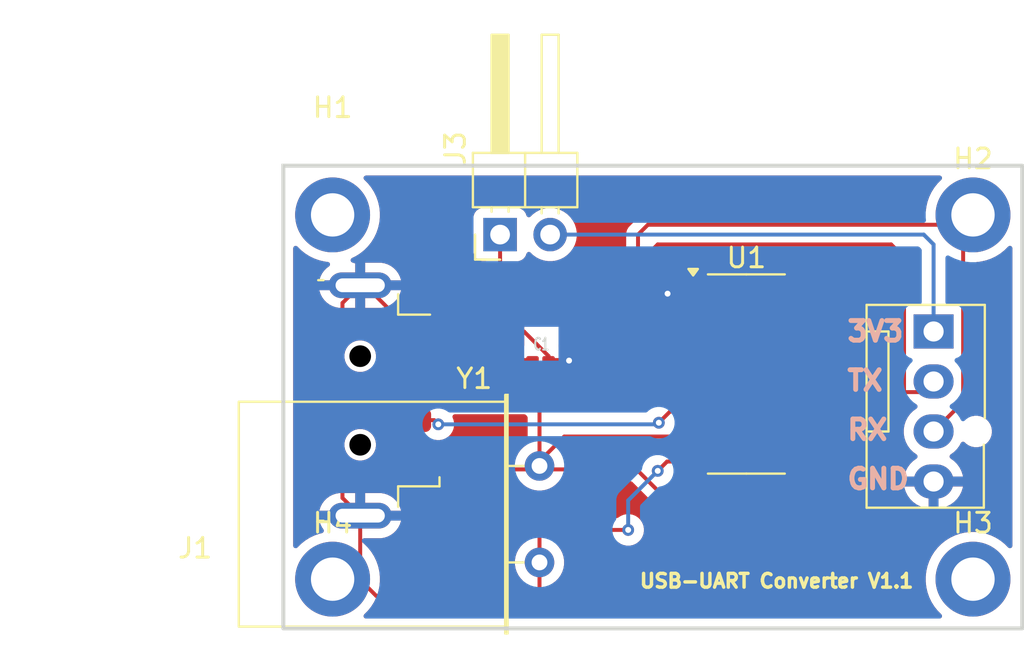
<source format=kicad_pcb>
(kicad_pcb (version 20241229) (generator "pcbnew") (generator_version "9.0")
  (layers (0 "F.Cu" signal) (2 "B.Cu" signal) (13 "F.Paste" user) (15 "B.Paste" user) (5 "F.SilkS" user "F.Silkscreen") (7 "B.SilkS" user "B.Silkscreen") (1 "F.Mask" user) (3 "B.Mask" user) (25 "Edge.Cuts" user))
  (net 0 "")
  (net 1 "/XI")
  (net 2 "GND")
  (net 3 "/XO")
  (net 4 "Net-(J1-D-)")
  (net 5 "Net-(J1-D+)")
  (net 6 "/V_BUS(5V)")
  (net 7 "/TX")
  (net 8 "/3V3_OP")
  (net 9 "/RX")
  (net 10 "/3V3")
  (footprint "Connector:FanPinHeader_1x04_P2.54mm_Vertical" (layer "F.Cu") (at 127.5 71.42 -90)
    (property "Reference" "J2" (hide yes))
    (property "Value" "Conn_01x04_Pin" (hide yes))
    (fp_line (start -1.35 3.4) (end -1.35 -2.6) (stroke (width 0.12)) (layer "F.SilkS"))
    (fp_line (start 8.95 3.4) (end -1.35 3.4) (stroke (width 0.12)) (layer "F.SilkS"))
    (fp_line (start 0 3.3) (end 0 2.29) (stroke (width 0.12)) (layer "F.SilkS"))
    (fp_line (start 0 2.29) (end 5.08 2.29) (stroke (width 0.12)) (layer "F.SilkS"))
    (fp_line (start 5.08 2.29) (end 5.08 3.3) (stroke (width 0.12)) (layer "F.SilkS"))
    (fp_line (start 5.75 -2.55) (end 8.95 -2.55) (stroke (width 0.12)) (layer "F.SilkS"))
    (fp_line (start 8.95 -2.55) (end 8.95 3.4) (stroke (width 0.12)) (layer "F.SilkS"))
    (fp_line (start -1.35 -2.6) (end 4.4 -2.6) (stroke (width 0.12)) (layer "F.SilkS"))
    (pad "" np_thru_hole circle (at 5.08 -2.16) (size 1.1 1.1) (drill 1.1) (layers "*.Cu" "*.Mask"))
    (pad "1" thru_hole rect (at 0 0) (size 2.03 1.73) (drill 1.02) (layers "*.Cu" "*.Mask") (net 8 "/3V3_OP"))
    (pad "2" thru_hole oval (at 2.54 0) (size 2.03 1.73) (drill 1.02) (layers "*.Cu" "*.Mask") (net 7 "/TX"))
    (pad "3" thru_hole oval (at 5.08 0) (size 2.03 1.73) (drill 1.02) (layers "*.Cu" "*.Mask") (net 9 "/RX"))
    (pad "4" thru_hole oval (at 7.62 0) (size 2.03 1.73) (drill 1.02) (layers "*.Cu" "*.Mask") (net 2 "GND"))
  )
  (footprint "Package_SO:SOIC-16_3.9x9.9mm_P1.27mm" (layer "F.Cu") (at 117.9975 73.58)
    (property "Reference" "U1" (at 0 -5.9 0) (layer "F.SilkS"))
    (property "Value" "CH340G" (hide yes))
    (fp_line (start 0 -5.06) (end -1.95 -5.06) (stroke (width 0.12)) (layer "F.SilkS"))
    (fp_line (start 0 -5.06) (end 1.95 -5.06) (stroke (width 0.12)) (layer "F.SilkS"))
    (fp_line (start 0 5.06) (end -1.95 5.06) (stroke (width 0.12)) (layer "F.SilkS"))
    (fp_line (start 0 5.06) (end 1.95 5.06) (stroke (width 0.12)) (layer "F.SilkS"))
    (fp_poly (pts (xy -2.7 -5.005) (xy -2.94 -5.335) (xy -2.46 -5.335)) (stroke (width 0.12)) (fill yes) (layer "F.SilkS"))
    (pad "1" smd roundrect (at -2.475 -4.445) (size 1.95 0.6) (layers "F.Cu" "F.Mask" "F.Paste") (net 2 "GND"))
    (pad "2" smd roundrect (at -2.475 -3.175) (size 1.95 0.6) (layers "F.Cu" "F.Mask" "F.Paste") (net 7 "/TX"))
    (pad "3" smd roundrect (at -2.475 -1.905) (size 1.95 0.6) (layers "F.Cu" "F.Mask" "F.Paste") (net 9 "/RX"))
    (pad "4" smd roundrect (at -2.475 -0.635) (size 1.95 0.6) (layers "F.Cu" "F.Mask" "F.Paste") (net 10 "/3V3"))
    (pad "5" smd roundrect (at -2.475 0.635) (size 1.95 0.6) (layers "F.Cu" "F.Mask" "F.Paste") (net 5 "Net-(J1-D+)"))
    (pad "6" smd roundrect (at -2.475 1.905) (size 1.95 0.6) (layers "F.Cu" "F.Mask" "F.Paste") (net 4 "Net-(J1-D-)"))
    (pad "7" smd roundrect (at -2.475 3.175) (size 1.95 0.6) (layers "F.Cu" "F.Mask" "F.Paste") (net 1 "/XI"))
    (pad "8" smd roundrect (at -2.475 4.445) (size 1.95 0.6) (layers "F.Cu" "F.Mask" "F.Paste") (net 3 "/XO"))
    (pad "9" smd roundrect (at 2.475 4.445) (size 1.95 0.6) (layers "F.Cu" "F.Mask" "F.Paste"))
    (pad "10" smd roundrect (at 2.475 3.175) (size 1.95 0.6) (layers "F.Cu" "F.Mask" "F.Paste"))
    (pad "11" smd roundrect (at 2.475 1.905) (size 1.95 0.6) (layers "F.Cu" "F.Mask" "F.Paste"))
    (pad "12" smd roundrect (at 2.475 0.635) (size 1.95 0.6) (layers "F.Cu" "F.Mask" "F.Paste"))
    (pad "13" smd roundrect (at 2.475 -0.635) (size 1.95 0.6) (layers "F.Cu" "F.Mask" "F.Paste"))
    (pad "14" smd roundrect (at 2.475 -1.905) (size 1.95 0.6) (layers "F.Cu" "F.Mask" "F.Paste"))
    (pad "15" smd roundrect (at 2.475 -3.175) (size 1.95 0.6) (layers "F.Cu" "F.Mask" "F.Paste"))
    (pad "16" smd roundrect (at 2.475 -4.445) (size 1.95 0.6) (layers "F.Cu" "F.Mask" "F.Paste") (net 6 "/V_BUS(5V)"))
  )
  (footprint "Crystal:Crystal_HC49-U_Horizontal" (layer "F.Cu") (at 107.5 78.25 -90)
    (property "Reference" "Y1" (at -4.435 3.3125 0) (layer "F.SilkS"))
    (property "Value" "Crystal")
    (fp_line (start 0 1.74) (end 0 0.87) (stroke (width 0.12)) (layer "F.SilkS"))
    (fp_line (start 4.9 1.74) (end 4.9 0.87) (stroke (width 0.12)) (layer "F.SilkS"))
    (fp_line (start 0 0.87) (end 0 0.81) (stroke (width 0.12)) (layer "F.SilkS"))
    (fp_line (start 4.9 0.87) (end 4.9 0.81) (stroke (width 0.12)) (layer "F.SilkS"))
    (fp_rect (start -3.26 1.74) (end 8.16 15.26) (stroke (width 0.12)) (fill no) (layer "F.SilkS"))
    (fp_rect (start -3.61 1.62) (end 8.51 1.74) (stroke (width 0.12)) (fill no) (layer "F.SilkS"))
    (pad "1" thru_hole circle (at 0 0 270) (size 1.5 1.5) (drill 0.8) (layers "*.Cu" "*.Mask") (net 1 "/XI"))
    (pad "2" thru_hole circle (at 4.9 0 270) (size 1.5 1.5) (drill 0.8) (layers "*.Cu" "*.Mask") (net 3 "/XO"))
  )
  (footprint "MountingHole:MountingHole_2.2mm_M2_DIN965_Pad" (layer "F.Cu") (at 129.5 65.5)
    (property "Reference" "H2" (at 0 -2.85 0) (layer "F.SilkS"))
    (property "Value" "MountingHole_Pad" (hide yes))
    (pad "1" thru_hole circle (at 0 0) (size 3.8 3.8) (drill 2.2) (property pad_prop_fiducial_glob) (layers "*.Cu" "*.Mask"))
  )
  (footprint "Capacitor_SMD:C_0201_0603Metric_Pad0.64x0.40mm_HandSolder" (layer "F.Cu") (at 107.5525 72.87)
    (property "Reference" "C1" (hide yes))
    (property "Value" "22uF" (hide yes))
    (pad "1" smd roundrect (at -0.4075 0) (size 0.635 0.4) (layers "F.Cu" "F.Mask") (net 1 "/XI"))
    (pad "2" smd roundrect (at 0.4075 0) (size 0.635 0.4) (layers "F.Cu" "F.Mask") (net 2 "GND"))
  )
  (footprint "Connector_USB:USB_A_Molex_48037-2200_Horizontal" (layer "F.Cu") (at 90.025 74.925 180)
    (property "Reference" "J1" (at 0 -7.5 0) (layer "F.SilkS"))
    (property "Value" "USB_A")
    (fp_line (start -6.515 6.11) (end -6.245 6.11) (stroke (width 0.12)) (layer "F.SilkS"))
    (fp_line (start -6.515 -6.11) (end -6.245 -6.11) (stroke (width 0.12)) (layer "F.SilkS"))
    (fp_line (start -10.3 4.36) (end -10.3 5.4) (stroke (width 0.12)) (layer "F.SilkS"))
    (fp_line (start -10.3 -5.4) (end -10.3 -4.36) (stroke (width 0.12)) (layer "F.SilkS"))
    (fp_line (start -11.92 4.36) (end -10.3 4.36) (stroke (width 0.12)) (layer "F.SilkS"))
    (fp_line (start -12.4 -4.36) (end -10.3 -4.36) (stroke (width 0.12)) (layer "F.SilkS"))
    (fp_line (start -12.4 -4.36) (end -12.4 -3.9) (stroke (width 0.12)) (layer "F.SilkS"))
    (pad "" np_thru_hole circle (at -8.375 -2.25 180) (size 1.1 1.1) (drill 1.1) (layers "*.Mask"))
    (pad "" np_thru_hole circle (at -8.375 2.25 180) (size 1.1 1.1) (drill 1.1) (layers "*.Mask"))
    (pad "1" smd roundrect (at -10.975 -3.5 180) (size 2 1.2) (layers "F.Cu" "F.Mask" "F.Paste") (net 6 "/V_BUS(5V)"))
    (pad "2" smd roundrect (at -10.975 -1 180) (size 2 1.2) (layers "F.Cu" "F.Mask" "F.Paste") (net 4 "Net-(J1-D-)"))
    (pad "3" smd roundrect (at -10.975 1 180) (size 2 1.2) (layers "F.Cu" "F.Mask" "F.Paste") (net 5 "Net-(J1-D+)"))
    (pad "4" smd roundrect (at -10.975 3.5 180) (size 2 1.2) (layers "F.Cu" "F.Mask" "F.Paste") (net 2 "GND"))
    (pad "5" thru_hole oval (at -8.375 -5.85 180) (size 3.2 1.3) (drill oval 2.5 0.7) (property pad_prop_heatsink) (layers "*.Cu" "*.Mask") (net 2 "GND"))
    (pad "5" thru_hole oval (at -8.375 5.85 180) (size 3.2 1.3) (drill oval 2.5 0.7) (property pad_prop_heatsink) (layers "*.Cu" "*.Mask") (net 2 "GND"))
  )
  (footprint "MountingHole:MountingHole_2.2mm_M2_DIN965_Pad" (layer "F.Cu") (at 97 84)
    (property "Reference" "H4" (at 0 -2.85 0) (layer "F.SilkS"))
    (property "Value" "MountingHole_Pad" (hide yes))
    (pad "1" thru_hole circle (at 0 0) (size 3.8 3.8) (drill 2.2) (property pad_prop_fiducial_glob) (layers "*.Cu" "*.Mask"))
  )
  (footprint "Connector_PinHeader_2.54mm:PinHeader_1x02_P2.54mm_Horizontal" (layer "F.Cu") (at 105.5 66.5 90)
    (property "Reference" "J3" (at 4.385 -2.27 90) (layer "F.SilkS"))
    (property "Value" "Conn_01x02_Socket")
    (fp_line (start 4.15 -1.38) (end 1.39 -1.38) (stroke (width 0.12)) (layer "F.SilkS"))
    (fp_line (start 1.39 -1.38) (end 1.39 3.92) (stroke (width 0.12)) (layer "F.SilkS"))
    (fp_line (start -1.27 -1.27) (end 0 -1.27) (stroke (width 0.12)) (layer "F.SilkS"))
    (fp_line (start 1.16 -0.43) (end 1.39 -0.43) (stroke (width 0.12)) (layer "F.SilkS"))
    (fp_line (start -1.27 0) (end -1.27 -1.27) (stroke (width 0.12)) (layer "F.SilkS"))
    (fp_line (start 1.16 0.43) (end 1.39 0.43) (stroke (width 0.12)) (layer "F.SilkS"))
    (fp_line (start 1.39 1.27) (end 4.15 1.27) (stroke (width 0.12)) (layer "F.SilkS"))
    (fp_line (start 10.15 2.11) (end 10.15 2.97) (stroke (width 0.12)) (layer "F.SilkS"))
    (fp_line (start 4.15 2.11) (end 10.15 2.11) (stroke (width 0.12)) (layer "F.SilkS"))
    (fp_line (start 1.077358 2.11) (end 1.39 2.11) (stroke (width 0.12)) (layer "F.SilkS"))
    (fp_line (start 10.15 2.97) (end 4.15 2.97) (stroke (width 0.12)) (layer "F.SilkS"))
    (fp_line (start 1.077358 2.97) (end 1.39 2.97) (stroke (width 0.12)) (layer "F.SilkS"))
    (fp_line (start 4.15 3.92) (end 4.15 -1.38) (stroke (width 0.12)) (layer "F.SilkS"))
    (fp_line (start 1.39 3.92) (end 4.15 3.92) (stroke (width 0.12)) (layer "F.SilkS"))
    (fp_rect (start 4.15 -0.43) (end 10.15 0.43) (stroke (width 0.12)) (fill yes) (layer "F.SilkS"))
    (pad "1" thru_hole rect (at 0 0 90) (size 1.7 1.7) (drill 1) (layers "*.Cu" "*.Mask") (net 10 "/3V3"))
    (pad "2" thru_hole circle (at 0 2.54 90) (size 1.7 1.7) (drill 1) (layers "*.Cu" "*.Mask") (net 8 "/3V3_OP"))
  )
  (footprint "Capacitor_SMD:C_0201_0603Metric_Pad0.64x0.40mm_HandSolder" (layer "F.Cu") (at 105.3325 84.85 180)
    (property "Reference" "C2" (hide yes))
    (property "Value" "22uF" (hide yes))
    (pad "1" smd roundrect (at -0.4075 0 180) (size 0.635 0.4) (layers "F.Cu" "F.Mask") (net 3 "/XO"))
    (pad "2" smd roundrect (at 0.4075 0 180) (size 0.635 0.4) (layers "F.Cu" "F.Mask") (net 2 "GND"))
  )
  (footprint "MountingHole:MountingHole_2.2mm_M2_DIN965_Pad" (layer "F.Cu") (at 97 65.5)
    (property "Reference" "H1" (at 0 -5.45 0) (layer "F.SilkS"))
    (property "Value" "MountingHole_Pad" (hide yes))
    (pad "1" thru_hole circle (at 0 0) (size 3.8 3.8) (drill 2.2) (property pad_prop_fiducial_glob) (layers "*.Cu" "*.Mask"))
  )
  (footprint "MountingHole:MountingHole_2.2mm_M2_DIN965_Pad" (layer "F.Cu") (at 129.5 84)
    (property "Reference" "H3" (at 0 -2.85 0) (layer "F.SilkS"))
    (property "Value" "MountingHole_Pad" (hide yes))
    (pad "1" thru_hole circle (at 0 0) (size 3.8 3.8) (drill 2.2) (property pad_prop_fiducial_glob) (layers "*.Cu" "*.Mask"))
  )
  (gr_rect (start 94.5 63) (end 132 86.5) (stroke (width 0.2)) (fill no) (layer "Edge.Cuts"))
  (gr_text "USB-UART Converter V1.1" (at 112.5 84.5 0) (layer "F.SilkS") (effects (font (size 0.7 0.7) (thickness 0.175) (bold yes)) (justify left bottom)))
  (gr_text "RX" (at 123 77 0) (layer "B.SilkS") (effects (font (size 1 1) (thickness 0.25) (bold yes)) (justify left bottom)))
  (gr_text "GND" (at 123 79.5 0) (layer "B.SilkS") (effects (font (size 1 1) (thickness 0.25) (bold yes)) (justify left bottom)))
  (gr_text "TX" (at 123 74.5 0) (layer "B.SilkS") (effects (font (size 1 1) (thickness 0.25) (bold yes)) (justify left bottom)))
  (gr_text "3V3" (at 123 72 0) (layer "B.SilkS") (effects (font (size 1 1) (thickness 0.25) (bold yes)) (justify left bottom)))
  (gr_text "C1" (at 107.14 72.42 0) (layer "Edge.Cuts") (effects (font (size 0.6 0.4) (thickness 0.1) (bold yes)) (justify left bottom)))
  (segment (start 108.757 76.755) (end 115.5225 76.755) (width 0.2) (layer "F.Cu") (net 1))
  (segment (start 99.699 73.376056) (end 99.699 74.671944) (width 0.2) (layer "F.Cu") (net 1))
  (segment (start 107.024 75.024) (end 107.5 75.5) (width 0.2) (layer "F.Cu") (net 1))
  (segment (start 100.205056 72.87) (end 99.699 73.376056) (width 0.2) (layer "F.Cu") (net 1))
  (segment (start 99.699 74.671944) (end 100.051056 75.024) (width 0.2) (layer "F.Cu") (net 1))
  (segment (start 107.5 75.5) (end 107.5 78.012) (width 0.2) (layer "F.Cu") (net 1))
  (segment (start 107.145 72.87) (end 100.205056 72.87) (width 0.2) (layer "F.Cu") (net 1))
  (segment (start 100.051056 75.024) (end 107.024 75.024) (width 0.2) (layer "F.Cu") (net 1))
  (segment (start 107.5 78.012) (end 108.757 76.755) (width 0.2) (layer "F.Cu") (net 1))
  (segment (start 97.5 69.975) (end 98.4 69.075) (width 0.2) (layer "F.Cu") (net 2))
  (segment (start 116 67.5) (end 122.5 67.5) (width 0.2) (layer "F.Cu") (net 2))
  (segment (start 98.65 69.075) (end 98.4 69.075) (width 0.2) (layer "F.Cu") (net 2))
  (segment (start 115.5225 67.9775) (end 116 67.5) (width 0.2) (layer "F.Cu") (net 2))
  (segment (start 107.96 72.670001) (end 107.96 72.87) (width 0.2) (layer "F.Cu") (net 2))
  (segment (start 101.575 71.425) (end 101.5 71.5) (width 0.2) (layer "F.Cu") (net 2))
  (segment (start 123 78.58) (end 123.46 79.04) (width 0.2) (layer "F.Cu") (net 2))
  (segment (start 106.714999 71.425) (end 107.96 72.670001) (width 0.2) (layer "F.Cu") (net 2))
  (segment (start 115.5225 69.135) (end 115.5225 67.9775) (width 0.2) (layer "F.Cu") (net 2))
  (segment (start 97.5 79.875) (end 97.5 69.975) (width 0.2) (layer "F.Cu") (net 2))
  (segment (start 107.96 72.87) (end 108.970337 72.87) (width 0.2) (layer "F.Cu") (net 2))
  (segment (start 99.216073 84.85) (end 104.925 84.85) (width 0.2) (layer "F.Cu") (net 2))
  (segment (start 122.5 67.5) (end 123 68) (width 0.2) (layer "F.Cu") (net 2))
  (segment (start 101.7 71.425) (end 101.575 71.425) (width 0.2) (layer "F.Cu") (net 2))
  (segment (start 98.4 84.033927) (end 99.216073 84.85) (width 0.2) (layer "F.Cu") (net 2))
  (segment (start 101 71.425) (end 98.65 69.075) (width 0.2) (layer "F.Cu") (net 2))
  (segment (start 98.4 80.775) (end 97.5 79.875) (width 0.2) (layer "F.Cu") (net 2))
  (segment (start 115.5225 69.135) (end 114.365 69.135) (width 0.2) (layer "F.Cu") (net 2))
  (segment (start 98.4 80.775) (end 98.4 84.033927) (width 0.2) (layer "F.Cu") (net 2))
  (segment (start 123 68) (end 123 78.58) (width 0.2) (layer "F.Cu") (net 2))
  (segment (start 108.970337 72.87) (end 109.000103 72.899766) (width 0.2) (layer "F.Cu") (net 2))
  (segment (start 101 71.425) (end 106.714999 71.425) (width 0.2) (layer "F.Cu") (net 2))
  (segment (start 114.365 69.135) (end 114 69.5) (width 0.2) (layer "F.Cu") (net 2))
  (segment (start 123.46 79.04) (end 127.5 79.04) (width 0.2) (layer "F.Cu") (net 2))
  (via (at 109.000103 72.899766) (size 0.6) (drill 0.3) (layers "F.Cu" "B.Cu") (net 2))
  (via (at 114 69.5) (size 0.6) (drill 0.3) (layers "F.Cu" "B.Cu") (net 2))
  (segment (start 109 72.899869) (end 109.000103 72.899766) (width 0.2) (layer "B.Cu") (net 2))
  (segment (start 109 73) (end 109 72.899869) (width 0.2) (layer "B.Cu") (net 2))
  (segment (start 112.5 69.5) (end 109 73) (width 0.2) (layer "B.Cu") (net 2))
  (segment (start 114 69.5) (end 112.5 69.5) (width 0.2) (layer "B.Cu") (net 2))
  (segment (start 107.5 84.5) (end 107.5 81.5) (width 0.2) (layer "F.Cu") (net 3))
  (segment (start 113.975 78.025) (end 113.5 78.5) (width 0.2) (layer "F.Cu") (net 3))
  (segment (start 107.15 84.85) (end 107.5 84.5) (width 0.2) (layer "F.Cu") (net 3))
  (segment (start 115.5225 78.025) (end 113.975 78.025) (width 0.2) (layer "F.Cu") (net 3))
  (segment (start 107.5 81.5) (end 112 81.5) (width 0.2) (layer "F.Cu") (net 3))
  (segment (start 105.74 84.85) (end 107.15 84.85) (width 0.2) (layer "F.Cu") (net 3))
  (via (at 113.5 78.5) (size 0.6) (drill 0.3) (layers "F.Cu" "B.Cu") (net 3))
  (via (at 112 81.5) (size 0.6) (drill 0.3) (layers "F.Cu" "B.Cu") (net 3))
  (segment (start 112 80) (end 113.5 78.5) (width 0.2) (layer "B.Cu") (net 3))
  (segment (start 112 81.5) (end 112 80) (width 0.2) (layer "B.Cu") (net 3))
  (segment (start 101 75.925) (end 102.15147 75.925) (width 0.2) (layer "F.Cu") (net 4))
  (segment (start 113.555515 76.055515) (end 114.12603 75.485) (width 0.2) (layer "F.Cu") (net 4))
  (segment (start 114.12603 75.485) (end 115.5225 75.485) (width 0.2) (layer "F.Cu") (net 4))
  (segment (start 102.15147 75.925) (end 102.363235 76.136765) (width 0.2) (layer "F.Cu") (net 4))
  (via (at 102.363235 76.136765) (size 0.6) (drill 0.3) (layers "F.Cu" "B.Cu") (net 4))
  (via (at 113.555515 76.055515) (size 0.6) (drill 0.3) (layers "F.Cu" "B.Cu") (net 4))
  (segment (start 113.5 76) (end 113.363235 76.136765) (width 0.2) (layer "B.Cu") (net 4))
  (segment (start 113.363235 76.136765) (end 102.363235 76.136765) (width 0.2) (layer "B.Cu") (net 4))
  (segment (start 113.555515 76.055515) (end 113.5 76) (width 0.2) (layer "B.Cu") (net 4))
  (segment (start 108.758562 73.449) (end 108.809562 73.5) (width 0.2) (layer "F.Cu") (net 5))
  (segment (start 113.832501 73.5) (end 114.547501 74.215) (width 0.2) (layer "F.Cu") (net 5))
  (segment (start 114.547501 74.215) (end 115.5225 74.215) (width 0.2) (layer "F.Cu") (net 5))
  (segment (start 108.809562 73.5) (end 113.832501 73.5) (width 0.2) (layer "F.Cu") (net 5))
  (segment (start 106.190438 73.5) (end 106.241438 73.449) (width 0.2) (layer "F.Cu") (net 5))
  (segment (start 101 73.925) (end 101.425 73.5) (width 0.2) (layer "F.Cu") (net 5))
  (segment (start 101.425 73.5) (end 106.190438 73.5) (width 0.2) (layer "F.Cu") (net 5))
  (segment (start 106.241438 73.449) (end 108.758562 73.449) (width 0.2) (layer "F.Cu") (net 5))
  (segment (start 113.5 79.5) (end 117.5 79.5) (width 0.2) (layer "F.Cu") (net 6))
  (segment (start 112.425 78.425) (end 113.5 79.5) (width 0.2) (layer "F.Cu") (net 6))
  (segment (start 117.5 79.5) (end 117.5 69.5) (width 0.2) (layer "F.Cu") (net 6))
  (segment (start 117.5 69.5) (end 117.865 69.135) (width 0.2) (layer "F.Cu") (net 6))
  (segment (start 101 78.425) (end 112.425 78.425) (width 0.2) (layer "F.Cu") (net 6))
  (segment (start 117.865 69.135) (end 120.4725 69.135) (width 0.2) (layer "F.Cu") (net 6))
  (segment (start 113 70) (end 113 67.5) (width 0.2) (layer "F.Cu") (net 7))
  (segment (start 113 67.5) (end 113.5 67) (width 0.2) (layer "F.Cu") (net 7))
  (segment (start 126.96 74.5) (end 127.5 73.96) (width 0.2) (layer "F.Cu") (net 7))
  (segment (start 113.5 67) (end 125.34599 67) (width 0.2) (layer "F.Cu") (net 7))
  (segment (start 126 67.65401) (end 126 74.5) (width 0.2) (layer "F.Cu") (net 7))
  (segment (start 113.405 70.405) (end 113 70) (width 0.2) (layer "F.Cu") (net 7))
  (segment (start 126 74.5) (end 126.96 74.5) (width 0.2) (layer "F.Cu") (net 7))
  (segment (start 115.5225 70.405) (end 113.405 70.405) (width 0.2) (layer "F.Cu") (net 7))
  (segment (start 125.34599 67) (end 126 67.65401) (width 0.2) (layer "F.Cu") (net 7))
  (segment (start 108.04 66.5) (end 127 66.5) (width 0.2) (layer "B.Cu") (net 8))
  (segment (start 127.5 67) (end 127.5 71.42) (width 0.2) (layer "B.Cu") (net 8))
  (segment (start 127 66.5) (end 127.5 67) (width 0.2) (layer "B.Cu") (net 8))
  (segment (start 129 66.5) (end 129 75) (width 0.2) (layer "F.Cu") (net 9))
  (segment (start 113 66) (end 128.5 66) (width 0.2) (layer "F.Cu") (net 9))
  (segment (start 128.5 66) (end 129 66.5) (width 0.2) (layer "F.Cu") (net 9))
  (segment (start 112.5 66.5) (end 113 66) (width 0.2) (layer "F.Cu") (net 9))
  (segment (start 115.5225 71.675) (end 113.175 71.675) (width 0.2) (layer "F.Cu") (net 9))
  (segment (start 129 75) (end 127.5 76.5) (width 0.2) (layer "F.Cu") (net 9))
  (segment (start 113.175 71.675) (end 112.5 71) (width 0.2) (layer "F.Cu") (net 9))
  (segment (start 112.5 71) (end 112.5 66.5) (width 0.2) (layer "F.Cu") (net 9))
  (segment (start 110.445 72.945) (end 115.5225 72.945) (width 0.2) (layer "F.Cu") (net 10))
  (segment (start 105.5 68) (end 110.445 72.945) (width 0.2) (layer "F.Cu") (net 10))
  (segment (start 105.5 66.5) (end 105.5 68) (width 0.2) (layer "F.Cu") (net 10))
  (zone (net 2) (net_name "GND") (layers "F.Cu" "B.Cu") (connect_pads (clearance 0.5)) (min_thickness 0.25) (fill yes (thermal_gap 0.5) (thermal_bridge_width 0.5))
    (polygon (pts (xy 94.5 63) (xy 132 63) (xy 132 86.5) (xy 94.5 86.5)))
  )
)
</source>
